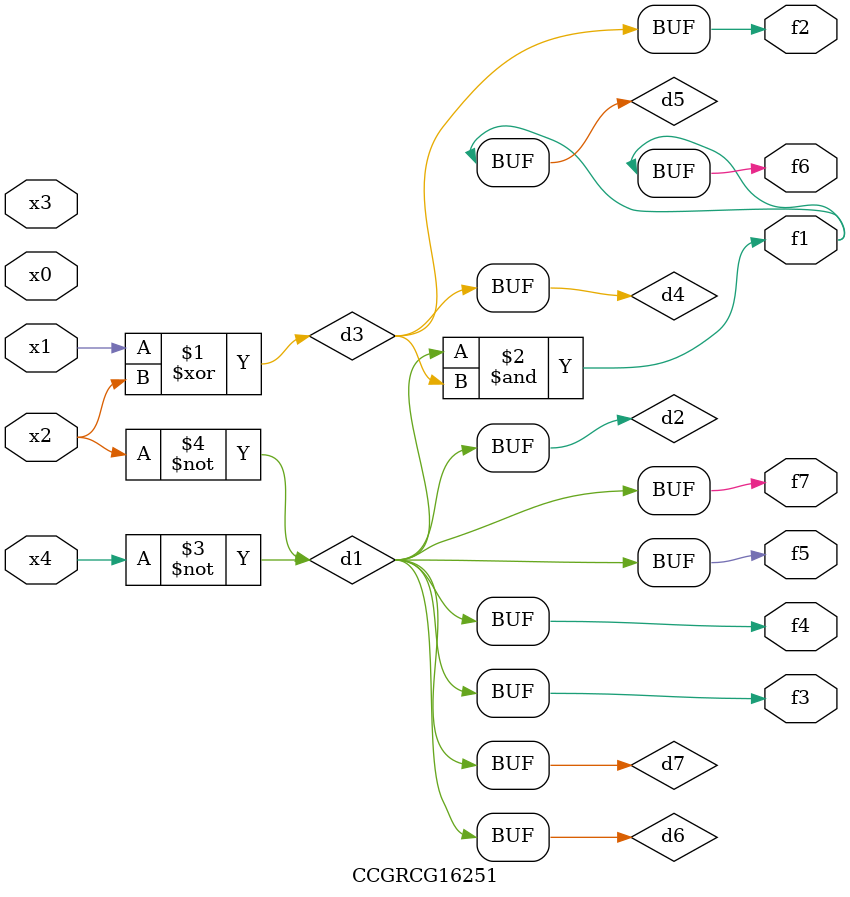
<source format=v>
module CCGRCG16251(
	input x0, x1, x2, x3, x4,
	output f1, f2, f3, f4, f5, f6, f7
);

	wire d1, d2, d3, d4, d5, d6, d7;

	not (d1, x4);
	not (d2, x2);
	xor (d3, x1, x2);
	buf (d4, d3);
	and (d5, d1, d3);
	buf (d6, d1, d2);
	buf (d7, d2);
	assign f1 = d5;
	assign f2 = d4;
	assign f3 = d7;
	assign f4 = d7;
	assign f5 = d7;
	assign f6 = d5;
	assign f7 = d7;
endmodule

</source>
